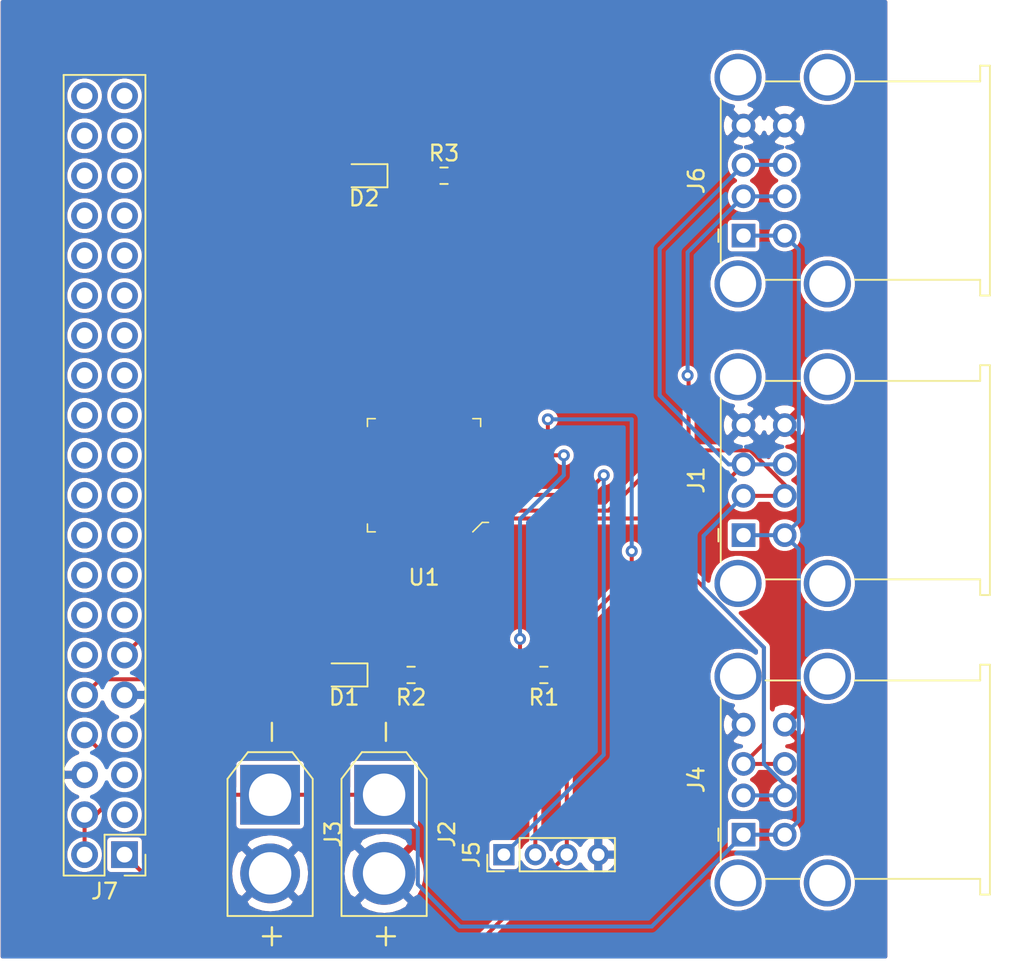
<source format=kicad_pcb>
(kicad_pcb (version 20171130) (host pcbnew 5.1.9)
  (title_block (title Pirate_Board) (date 2021-11-08) (rev v1.1) (company "NASA Robotic Mining Competition - Montana Tech") (comment 4 "Author: Justin Bak"))
  (layers (0 F.Cu signal) (31 B.Cu signal) (34 B.Paste user) (35 F.Paste user) (36 B.SilkS user) (37 F.SilkS user) (38 B.Mask user) (39 F.Mask user) (44 Edge.Cuts user))
  (net 0 "")
  (net 1 "Net-(D1-Pad2)")
  (net 2 "Net-(D1-Pad1)")
  (net 3 "Net-(D2-Pad1)")
  (net 4 "Net-(D2-Pad2)")
  (net 5 GND)
  (net 6 "Net-(J1-Pad2)")
  (net 7 "Net-(J1-Pad3)")
  (net 8 VCC)
  (net 9 "Net-(J1-Pad9)")
  (net 10 "Net-(J4-Pad9)")
  (net 11 "Net-(J5-Pad3)")
  (net 12 "Net-(U1-Pad42)")
  (net 13 "Net-(U1-Pad43)")
  (net 14 "Net-(U1-Pad3)")
  (net 15 "Net-(U1-Pad44)")
  (net 16 "Net-(U1-Pad45)")
  (net 17 "Net-(U1-Pad46)")
  (net 18 "Net-(U1-Pad47)")
  (net 19 "Net-(U1-Pad48)")
  (net 20 "Net-(U1-Pad8)")
  (net 21 "Net-(U1-Pad9)")
  (net 22 "Net-(U1-Pad10)")
  (net 23 "Net-(U1-Pad11)")
  (net 24 "Net-(U1-Pad12)")
  (net 25 "Net-(U1-Pad41)")
  (net 26 "Net-(U1-Pad40)")
  (net 27 "Net-(U1-Pad38)")
  (net 28 "Net-(U1-Pad37)")
  (net 29 "Net-(U1-Pad13)")
  (net 30 "Net-(U1-Pad14)")
  (net 31 "Net-(U1-Pad15)")
  (net 32 "Net-(U1-Pad16)")
  (net 33 "Net-(U1-Pad17)")
  (net 34 "Net-(U1-Pad18)")
  (net 35 "Net-(U1-Pad19)")
  (net 36 "Net-(U1-Pad20)")
  (net 37 "Net-(U1-Pad21)")
  (net 38 "Net-(U1-Pad22)")
  (net 39 "Net-(U1-Pad25)")
  (net 40 "Net-(U1-Pad26)")
  (net 41 "Net-(U1-Pad27)")
  (net 42 "Net-(U1-Pad28)")
  (net 43 "Net-(U1-Pad29)")
  (net 44 "Net-(U1-Pad30)")
  (net 45 "Net-(U1-Pad31)")
  (net 46 "Net-(U1-Pad32)")
  (net 47 "Net-(U1-Pad33)")
  (net 48 "Net-(U1-Pad34)")
  (net 49 "Net-(U1-Pad35)")
  (net 50 "Net-(U1-Pad36)")
  (net 51 "Net-(J5-Pad1)")
  (net 52 "Net-(J5-Pad2)")
  (net 53 "Net-(J6-Pad9)")
  (net 54 "Net-(J7-Pad3)")
  (net 55 "Net-(J7-Pad5)")
  (net 56 "Net-(J7-Pad7)")
  (net 57 "Net-(J7-Pad8)")
  (net 58 "Net-(J7-Pad10)")
  (net 59 "Net-(J7-Pad12)")
  (net 60 "Net-(J7-Pad13)")
  (net 61 "Net-(J7-Pad14)")
  (net 62 "Net-(J7-Pad15)")
  (net 63 "Net-(J7-Pad16)")
  (net 64 "Net-(J7-Pad17)")
  (net 65 "Net-(J7-Pad18)")
  (net 66 "Net-(J7-Pad19)")
  (net 67 "Net-(J7-Pad20)")
  (net 68 "Net-(J7-Pad21)")
  (net 69 "Net-(J7-Pad22)")
  (net 70 "Net-(J7-Pad23)")
  (net 71 "Net-(J7-Pad24)")
  (net 72 "Net-(J7-Pad25)")
  (net 73 "Net-(J7-Pad26)")
  (net 74 "Net-(J7-Pad27)")
  (net 75 "Net-(J7-Pad28)")
  (net 76 "Net-(J7-Pad29)")
  (net 77 "Net-(J7-Pad30)")
  (net 78 "Net-(J7-Pad31)")
  (net 79 "Net-(J7-Pad32)")
  (net 80 "Net-(J7-Pad33)")
  (net 81 "Net-(J7-Pad34)")
  (net 82 "Net-(J7-Pad35)")
  (net 83 "Net-(J7-Pad36)")
  (net 84 "Net-(J7-Pad37)")
  (net 85 "Net-(J7-Pad38)")
  (net 86 "Net-(J7-Pad39)")
  (net 87 "Net-(J7-Pad40)")
  (module Connector_USB:USB_A_Wuerth_61400826021_Horizontal_Stacked (layer F.Cu) (at 173.99 81.28 90)
    (fp_text reference J6 (at 3.5 -3 90) (layer F.SilkS))
    (fp_text value USB_A_Stacked)
    (fp_line (start 9.81 3.58) (end 9.81 1.4) (layer F.SilkS) (width 0.12))
    (fp_line (start -2.81 3.58) (end -2.81 1.4) (layer F.SilkS) (width 0.12))
    (fp_line (start 9.81 7.08) (end 9.81 15.05) (layer F.SilkS) (width 0.12))
    (fp_line (start 9.81 15.05) (end 10.81 15.05) (layer F.SilkS) (width 0.12))
    (fp_line (start 10.81 15.05) (end 10.81 15.67) (layer F.SilkS) (width 0.12))
    (fp_line (start 10.81 15.67) (end -3.81 15.67) (layer F.SilkS) (width 0.12))
    (fp_line (start -3.81 15.67) (end -3.81 15.05) (layer F.SilkS) (width 0.12))
    (fp_line (start -3.81 15.05) (end -2.81 15.05) (layer F.SilkS) (width 0.12))
    (fp_line (start -2.81 15.05) (end -2.81 7.08) (layer F.SilkS) (width 0.12))
    (fp_line (start -1.69 -1.45) (end 8.69 -1.45) (layer F.SilkS) (width 0.12))
    (fp_line (start 0.4 -1.6) (end -0.4 -1.6) (layer F.SilkS) (width 0.12))
    (pad 8 thru_hole circle (at 7 2.62 90) (size 1.5 1.5) (drill 0.92) (layers *.Cu *.Mask) (net 5 GND))
    (pad 7 thru_hole circle (at 4.5 2.62 90) (size 1.5 1.5) (drill 0.92) (layers *.Cu *.Mask) (net 7 "Net-(J1-Pad3)"))
    (pad 6 thru_hole circle (at 2.5 2.62 90) (size 1.5 1.5) (drill 0.92) (layers *.Cu *.Mask) (net 6 "Net-(J1-Pad2)"))
    (pad 5 thru_hole circle (at 0 2.62 90) (size 1.5 1.5) (drill 0.92) (layers *.Cu *.Mask) (net 8 VCC))
    (pad 9 thru_hole circle (at 10.07 5.33 90) (size 3 3) (drill 2.3) (layers *.Cu *.Mask) (net 53 "Net-(J6-Pad9)"))
    (pad 9 thru_hole circle (at -3.07 5.33 90) (size 3 3) (drill 2.3) (layers *.Cu *.Mask) (net 53 "Net-(J6-Pad9)"))
    (pad 4 thru_hole circle (at 7 0 90) (size 1.5 1.5) (drill 0.92) (layers *.Cu *.Mask) (net 5 GND))
    (pad 3 thru_hole circle (at 4.5 0 90) (size 1.5 1.5) (drill 0.92) (layers *.Cu *.Mask) (net 7 "Net-(J1-Pad3)"))
    (pad 2 thru_hole circle (at 2.5 0 90) (size 1.5 1.5) (drill 0.92) (layers *.Cu *.Mask) (net 6 "Net-(J1-Pad2)"))
    (pad 1 thru_hole rect (at 0 0 90) (size 1.5 1.5) (drill 0.92) (layers *.Cu *.Mask) (net 8 VCC))
    (pad 9 thru_hole circle (at -3.07 -0.35 90) (size 3 3) (drill 2.3) (layers *.Cu *.Mask) (net 53 "Net-(J6-Pad9)"))
    (pad 9 thru_hole circle (at 10.07 -0.35 90) (size 3 3) (drill 2.3) (layers *.Cu *.Mask) (net 53 "Net-(J6-Pad9)"))
  )
  (module Resistor_SMD:R_0603_1608Metric (layer F.Cu) (at 161.29 109.22 180)
    (fp_text reference R1 (at 0 -1.43) (layer F.SilkS))
    (fp_text value 1k)
    (fp_line (start -0.237258 0.5225) (end 0.237258 0.5225) (layer F.SilkS) (width 0.12))
    (fp_line (start -0.237258 -0.5225) (end 0.237258 -0.5225) (layer F.SilkS) (width 0.12))
    (pad 2 smd roundrect (at 0.825 0 180) (size 0.8 0.95) (layers F.Cu F.Paste F.Mask) (net 52 "Net-(J5-Pad2)"))
    (pad 1 smd roundrect (at -0.825 0 180) (size 0.8 0.95) (layers F.Cu F.Paste F.Mask) (net 11 "Net-(J5-Pad3)"))
  )
  (module Connector_AMASS:AMASS_XT30U-M_1x02_P5.0mm_Vertical (layer F.Cu) (at 143.88 116.84 270)
    (fp_text reference J3 (at 2.5 -4 90) (layer F.SilkS))
    (fp_text value xt_30)
    (fp_line (start -2.71 -1.41) (end -2.71 1.41) (layer F.SilkS) (width 0.12))
    (fp_line (start -2.71 1.41) (end -1.01 2.71) (layer F.SilkS) (width 0.12))
    (fp_line (start -2.71 -1.41) (end -1.01 -2.71) (layer F.SilkS) (width 0.12))
    (fp_line (start -1.01 2.71) (end 7.71 2.71) (layer F.SilkS) (width 0.12))
    (fp_line (start 7.71 -2.71) (end 7.71 2.71) (layer F.SilkS) (width 0.12))
    (fp_line (start -1.01 -2.71) (end 7.71 -2.71) (layer F.SilkS) (width 0.12))
    (fp_text user - (at -4 0 90) (layer F.SilkS) (effects (font (size 1.5 1.5))))
    (fp_text user + (at 9 0 90) (layer F.SilkS) (effects (font (size 1.5 1.5))))
    (pad 2 thru_hole circle (at 5 0 270) (size 3.8 3.8) (drill 2.7) (layers *.Cu *.Mask) (net 5 GND))
    (pad 1 thru_hole rect (at 0 0 270) (size 3.8 3.8) (drill 2.7) (layers *.Cu *.Mask) (net 8 VCC))
  )
  (module Connector_AMASS:AMASS_XT30U-F_1x02_P5.0mm_Vertical (layer F.Cu) (at 151.13 116.84 270)
    (fp_text reference J2 (at 2.5 -4 90) (layer F.SilkS))
    (fp_text value xt_30)
    (fp_line (start -2.71 -1.41) (end -2.71 1.41) (layer F.SilkS) (width 0.12))
    (fp_line (start -2.71 1.41) (end -1.01 2.71) (layer F.SilkS) (width 0.12))
    (fp_line (start -2.71 -1.41) (end -1.01 -2.71) (layer F.SilkS) (width 0.12))
    (fp_line (start -1.01 2.71) (end 7.71 2.71) (layer F.SilkS) (width 0.12))
    (fp_line (start 7.71 -2.71) (end 7.71 2.71) (layer F.SilkS) (width 0.12))
    (fp_line (start -1.01 -2.71) (end 7.71 -2.71) (layer F.SilkS) (width 0.12))
    (fp_text user - (at -4 0 90) (layer F.SilkS) (effects (font (size 1.5 1.5))))
    (fp_text user + (at 9 0 90) (layer F.SilkS) (effects (font (size 1.5 1.5))))
    (pad 2 thru_hole circle (at 5 0 270) (size 4 4) (drill 2.7) (layers *.Cu *.Mask) (net 5 GND))
    (pad 1 thru_hole rect (at 0 0 270) (size 3.8 3.8) (drill 2.7) (layers *.Cu *.Mask) (net 8 VCC))
  )
  (module Diode_SMD:D_0603_1608Metric (layer F.Cu) (at 148.59 109.22 180)
    (fp_text reference D1 (at 0 -1.43) (layer F.SilkS))
    (fp_text value LED)
    (fp_line (start 0.8 -0.735) (end -1.485 -0.735) (layer F.SilkS) (width 0.12))
    (fp_line (start -1.485 -0.735) (end -1.485 0.735) (layer F.SilkS) (width 0.12))
    (fp_line (start -1.485 0.735) (end 0.8 0.735) (layer F.SilkS) (width 0.12))
    (pad 2 smd roundrect (at 0.7875 0 180) (size 0.875 0.95) (layers F.Cu F.Paste F.Mask) (net 1 "Net-(D1-Pad2)"))
    (pad 1 smd roundrect (at -0.7875 0 180) (size 0.875 0.95) (layers F.Cu F.Paste F.Mask) (net 2 "Net-(D1-Pad1)"))
  )
  (module Diode_SMD:D_0603_1608Metric (layer F.Cu) (at 149.86 77.47 180)
    (fp_text reference D2 (at 0 -1.43) (layer F.SilkS))
    (fp_text value LED)
    (fp_line (start -1.485 0.735) (end 0.8 0.735) (layer F.SilkS) (width 0.12))
    (fp_line (start -1.485 -0.735) (end -1.485 0.735) (layer F.SilkS) (width 0.12))
    (fp_line (start 0.8 -0.735) (end -1.485 -0.735) (layer F.SilkS) (width 0.12))
    (pad 1 smd roundrect (at -0.7875 0 180) (size 0.875 0.95) (layers F.Cu F.Paste F.Mask) (net 3 "Net-(D2-Pad1)"))
    (pad 2 smd roundrect (at 0.7875 0 180) (size 0.875 0.95) (layers F.Cu F.Paste F.Mask) (net 4 "Net-(D2-Pad2)"))
  )
  (module Connector_USB:USB_A_Wuerth_61400826021_Horizontal_Stacked (layer F.Cu) (at 173.99 100.33 90)
    (fp_text reference J1 (at 3.5 -3 90) (layer F.SilkS))
    (fp_text value USB_A_Stacked)
    (fp_line (start 9.81 3.58) (end 9.81 1.4) (layer F.SilkS) (width 0.12))
    (fp_line (start -2.81 3.58) (end -2.81 1.4) (layer F.SilkS) (width 0.12))
    (fp_line (start 9.81 7.08) (end 9.81 15.05) (layer F.SilkS) (width 0.12))
    (fp_line (start 9.81 15.05) (end 10.81 15.05) (layer F.SilkS) (width 0.12))
    (fp_line (start 10.81 15.05) (end 10.81 15.67) (layer F.SilkS) (width 0.12))
    (fp_line (start 10.81 15.67) (end -3.81 15.67) (layer F.SilkS) (width 0.12))
    (fp_line (start -3.81 15.67) (end -3.81 15.05) (layer F.SilkS) (width 0.12))
    (fp_line (start -3.81 15.05) (end -2.81 15.05) (layer F.SilkS) (width 0.12))
    (fp_line (start -2.81 15.05) (end -2.81 7.08) (layer F.SilkS) (width 0.12))
    (fp_line (start -1.69 -1.45) (end 8.69 -1.45) (layer F.SilkS) (width 0.12))
    (fp_line (start 0.4 -1.6) (end -0.4 -1.6) (layer F.SilkS) (width 0.12))
    (pad 8 thru_hole circle (at 7 2.62 90) (size 1.5 1.5) (drill 0.92) (layers *.Cu *.Mask) (net 5 GND))
    (pad 7 thru_hole circle (at 4.5 2.62 90) (size 1.5 1.5) (drill 0.92) (layers *.Cu *.Mask) (net 7 "Net-(J1-Pad3)"))
    (pad 6 thru_hole circle (at 2.5 2.62 90) (size 1.5 1.5) (drill 0.92) (layers *.Cu *.Mask) (net 6 "Net-(J1-Pad2)"))
    (pad 5 thru_hole circle (at 0 2.62 90) (size 1.5 1.5) (drill 0.92) (layers *.Cu *.Mask) (net 8 VCC))
    (pad 9 thru_hole circle (at 10.07 5.33 90) (size 3 3) (drill 2.3) (layers *.Cu *.Mask) (net 9 "Net-(J1-Pad9)"))
    (pad 9 thru_hole circle (at -3.07 5.33 90) (size 3 3) (drill 2.3) (layers *.Cu *.Mask) (net 9 "Net-(J1-Pad9)"))
    (pad 4 thru_hole circle (at 7 0 90) (size 1.5 1.5) (drill 0.92) (layers *.Cu *.Mask) (net 5 GND))
    (pad 3 thru_hole circle (at 4.5 0 90) (size 1.5 1.5) (drill 0.92) (layers *.Cu *.Mask) (net 7 "Net-(J1-Pad3)"))
    (pad 2 thru_hole circle (at 2.5 0 90) (size 1.5 1.5) (drill 0.92) (layers *.Cu *.Mask) (net 6 "Net-(J1-Pad2)"))
    (pad 1 thru_hole rect (at 0 0 90) (size 1.5 1.5) (drill 0.92) (layers *.Cu *.Mask) (net 8 VCC))
    (pad 9 thru_hole circle (at -3.07 -0.35 90) (size 3 3) (drill 2.3) (layers *.Cu *.Mask) (net 9 "Net-(J1-Pad9)"))
    (pad 9 thru_hole circle (at 10.07 -0.35 90) (size 3 3) (drill 2.3) (layers *.Cu *.Mask) (net 9 "Net-(J1-Pad9)"))
  )
  (module Connector_USB:USB_A_Wuerth_61400826021_Horizontal_Stacked (layer F.Cu) (at 173.99 119.38 90)
    (fp_text reference J4 (at 3.5 -3 90) (layer F.SilkS))
    (fp_text value USB_A_Stacked)
    (fp_line (start 0.4 -1.6) (end -0.4 -1.6) (layer F.SilkS) (width 0.12))
    (fp_line (start -1.69 -1.45) (end 8.69 -1.45) (layer F.SilkS) (width 0.12))
    (fp_line (start -2.81 15.05) (end -2.81 7.08) (layer F.SilkS) (width 0.12))
    (fp_line (start -3.81 15.05) (end -2.81 15.05) (layer F.SilkS) (width 0.12))
    (fp_line (start -3.81 15.67) (end -3.81 15.05) (layer F.SilkS) (width 0.12))
    (fp_line (start 10.81 15.67) (end -3.81 15.67) (layer F.SilkS) (width 0.12))
    (fp_line (start 10.81 15.05) (end 10.81 15.67) (layer F.SilkS) (width 0.12))
    (fp_line (start 9.81 15.05) (end 10.81 15.05) (layer F.SilkS) (width 0.12))
    (fp_line (start 9.81 7.08) (end 9.81 15.05) (layer F.SilkS) (width 0.12))
    (fp_line (start -2.81 3.58) (end -2.81 1.4) (layer F.SilkS) (width 0.12))
    (fp_line (start 9.81 3.58) (end 9.81 1.4) (layer F.SilkS) (width 0.12))
    (pad 9 thru_hole circle (at 10.07 -0.35 90) (size 3 3) (drill 2.3) (layers *.Cu *.Mask) (net 10 "Net-(J4-Pad9)"))
    (pad 9 thru_hole circle (at -3.07 -0.35 90) (size 3 3) (drill 2.3) (layers *.Cu *.Mask) (net 10 "Net-(J4-Pad9)"))
    (pad 1 thru_hole rect (at 0 0 90) (size 1.5 1.5) (drill 0.92) (layers *.Cu *.Mask) (net 8 VCC))
    (pad 2 thru_hole circle (at 2.5 0 90) (size 1.5 1.5) (drill 0.92) (layers *.Cu *.Mask) (net 6 "Net-(J1-Pad2)"))
    (pad 3 thru_hole circle (at 4.5 0 90) (size 1.5 1.5) (drill 0.92) (layers *.Cu *.Mask) (net 7 "Net-(J1-Pad3)"))
    (pad 4 thru_hole circle (at 7 0 90) (size 1.5 1.5) (drill 0.92) (layers *.Cu *.Mask) (net 5 GND))
    (pad 9 thru_hole circle (at -3.07 5.33 90) (size 3 3) (drill 2.3) (layers *.Cu *.Mask) (net 10 "Net-(J4-Pad9)"))
    (pad 9 thru_hole circle (at 10.07 5.33 90) (size 3 3) (drill 2.3) (layers *.Cu *.Mask) (net 10 "Net-(J4-Pad9)"))
    (pad 5 thru_hole circle (at 0 2.62 90) (size 1.5 1.5) (drill 0.92) (layers *.Cu *.Mask) (net 8 VCC))
    (pad 6 thru_hole circle (at 2.5 2.62 90) (size 1.5 1.5) (drill 0.92) (layers *.Cu *.Mask) (net 6 "Net-(J1-Pad2)"))
    (pad 7 thru_hole circle (at 4.5 2.62 90) (size 1.5 1.5) (drill 0.92) (layers *.Cu *.Mask) (net 7 "Net-(J1-Pad3)"))
    (pad 8 thru_hole circle (at 7 2.62 90) (size 1.5 1.5) (drill 0.92) (layers *.Cu *.Mask) (net 5 GND))
  )
  (module Connector_PinHeader_2.00mm:PinHeader_1x04_P2.00mm_Vertical (layer F.Cu) (at 158.75 120.65 90)
    (fp_text reference J5 (at 0 -2.06 90) (layer F.SilkS))
    (fp_text value Conn_01x04_Male)
    (fp_line (start -1.06 -1.06) (end 0 -1.06) (layer F.SilkS) (width 0.12))
    (fp_line (start -1.06 0) (end -1.06 -1.06) (layer F.SilkS) (width 0.12))
    (fp_line (start -1.06 1) (end 1.06 1) (layer F.SilkS) (width 0.12))
    (fp_line (start 1.06 1) (end 1.06 7.06) (layer F.SilkS) (width 0.12))
    (fp_line (start -1.06 1) (end -1.06 7.06) (layer F.SilkS) (width 0.12))
    (fp_line (start -1.06 7.06) (end 1.06 7.06) (layer F.SilkS) (width 0.12))
    (pad 1 thru_hole rect (at 0 0 90) (size 1.35 1.35) (drill 0.8) (layers *.Cu *.Mask) (net 51 "Net-(J5-Pad1)"))
    (pad 2 thru_hole oval (at 0 2 90) (size 1.35 1.35) (drill 0.8) (layers *.Cu *.Mask) (net 52 "Net-(J5-Pad2)"))
    (pad 3 thru_hole oval (at 0 4 90) (size 1.35 1.35) (drill 0.8) (layers *.Cu *.Mask) (net 11 "Net-(J5-Pad3)"))
    (pad 4 thru_hole oval (at 0 6 90) (size 1.35 1.35) (drill 0.8) (layers *.Cu *.Mask) (net 5 GND))
  )
  (module Connector_PinHeader_2.54mm:PinHeader_2x20_P2.54mm_Vertical (layer F.Cu) (at 134.62 120.65 180)
    (fp_text reference J7 (at 1.27 -2.33) (layer F.SilkS))
    (fp_text value Raspberry_Pi_2_3)
    (fp_line (start -1.33 -1.33) (end 0 -1.33) (layer F.SilkS) (width 0.12))
    (fp_line (start -1.33 0) (end -1.33 -1.33) (layer F.SilkS) (width 0.12))
    (fp_line (start 1.27 -1.33) (end 3.87 -1.33) (layer F.SilkS) (width 0.12))
    (fp_line (start 1.27 1.27) (end 1.27 -1.33) (layer F.SilkS) (width 0.12))
    (fp_line (start -1.33 1.27) (end 1.27 1.27) (layer F.SilkS) (width 0.12))
    (fp_line (start 3.87 -1.33) (end 3.87 49.59) (layer F.SilkS) (width 0.12))
    (fp_line (start -1.33 1.27) (end -1.33 49.59) (layer F.SilkS) (width 0.12))
    (fp_line (start -1.33 49.59) (end 3.87 49.59) (layer F.SilkS) (width 0.12))
    (pad 1 thru_hole rect (at 0 0 180) (size 1.7 1.7) (drill 1) (layers *.Cu *.Mask) (net 11 "Net-(J5-Pad3)"))
    (pad 2 thru_hole oval (at 2.54 0 180) (size 1.7 1.7) (drill 1) (layers *.Cu *.Mask) (net 8 VCC))
    (pad 3 thru_hole oval (at 0 2.54 180) (size 1.7 1.7) (drill 1) (layers *.Cu *.Mask) (net 54 "Net-(J7-Pad3)"))
    (pad 4 thru_hole oval (at 2.54 2.54 180) (size 1.7 1.7) (drill 1) (layers *.Cu *.Mask) (net 8 VCC))
    (pad 5 thru_hole oval (at 0 5.08 180) (size 1.7 1.7) (drill 1) (layers *.Cu *.Mask) (net 55 "Net-(J7-Pad5)"))
    (pad 6 thru_hole oval (at 2.54 5.08 180) (size 1.7 1.7) (drill 1) (layers *.Cu *.Mask) (net 5 GND))
    (pad 7 thru_hole oval (at 0 7.62 180) (size 1.7 1.7) (drill 1) (layers *.Cu *.Mask) (net 56 "Net-(J7-Pad7)"))
    (pad 8 thru_hole oval (at 2.54 7.62 180) (size 1.7 1.7) (drill 1) (layers *.Cu *.Mask) (net 57 "Net-(J7-Pad8)"))
    (pad 9 thru_hole oval (at 0 10.16 180) (size 1.7 1.7) (drill 1) (layers *.Cu *.Mask) (net 5 GND))
    (pad 10 thru_hole oval (at 2.54 10.16 180) (size 1.7 1.7) (drill 1) (layers *.Cu *.Mask) (net 58 "Net-(J7-Pad10)"))
    (pad 11 thru_hole oval (at 0 12.7 180) (size 1.7 1.7) (drill 1) (layers *.Cu *.Mask) (net 4 "Net-(D2-Pad2)"))
    (pad 12 thru_hole oval (at 2.54 12.7 180) (size 1.7 1.7) (drill 1) (layers *.Cu *.Mask) (net 59 "Net-(J7-Pad12)"))
    (pad 13 thru_hole oval (at 0 15.24 180) (size 1.7 1.7) (drill 1) (layers *.Cu *.Mask) (net 60 "Net-(J7-Pad13)"))
    (pad 14 thru_hole oval (at 2.54 15.24 180) (size 1.7 1.7) (drill 1) (layers *.Cu *.Mask) (net 61 "Net-(J7-Pad14)"))
    (pad 15 thru_hole oval (at 0 17.78 180) (size 1.7 1.7) (drill 1) (layers *.Cu *.Mask) (net 62 "Net-(J7-Pad15)"))
    (pad 16 thru_hole oval (at 2.54 17.78 180) (size 1.7 1.7) (drill 1) (layers *.Cu *.Mask) (net 63 "Net-(J7-Pad16)"))
    (pad 17 thru_hole oval (at 0 20.32 180) (size 1.7 1.7) (drill 1) (layers *.Cu *.Mask) (net 64 "Net-(J7-Pad17)"))
    (pad 18 thru_hole oval (at 2.54 20.32 180) (size 1.7 1.7) (drill 1) (layers *.Cu *.Mask) (net 65 "Net-(J7-Pad18)"))
    (pad 19 thru_hole oval (at 0 22.86 180) (size 1.7 1.7) (drill 1) (layers *.Cu *.Mask) (net 66 "Net-(J7-Pad19)"))
    (pad 20 thru_hole oval (at 2.54 22.86 180) (size 1.7 1.7) (drill 1) (layers *.Cu *.Mask) (net 67 "Net-(J7-Pad20)"))
    (pad 21 thru_hole oval (at 0 25.4 180) (size 1.7 1.7) (drill 1) (layers *.Cu *.Mask) (net 68 "Net-(J7-Pad21)"))
    (pad 22 thru_hole oval (at 2.54 25.4 180) (size 1.7 1.7) (drill 1) (layers *.Cu *.Mask) (net 69 "Net-(J7-Pad22)"))
    (pad 23 thru_hole oval (at 0 27.94 180) (size 1.7 1.7) (drill 1) (layers *.Cu *.Mask) (net 70 "Net-(J7-Pad23)"))
    (pad 24 thru_hole oval (at 2.54 27.94 180) (size 1.7 1.7) (drill 1) (layers *.Cu *.Mask) (net 71 "Net-(J7-Pad24)"))
    (pad 25 thru_hole oval (at 0 30.48 180) (size 1.7 1.7) (drill 1) (layers *.Cu *.Mask) (net 72 "Net-(J7-Pad25)"))
    (pad 26 thru_hole oval (at 2.54 30.48 180) (size 1.7 1.7) (drill 1) (layers *.Cu *.Mask) (net 73 "Net-(J7-Pad26)"))
    (pad 27 thru_hole oval (at 0 33.02 180) (size 1.7 1.7) (drill 1) (layers *.Cu *.Mask) (net 74 "Net-(J7-Pad27)"))
    (pad 28 thru_hole oval (at 2.54 33.02 180) (size 1.7 1.7) (drill 1) (layers *.Cu *.Mask) (net 75 "Net-(J7-Pad28)"))
    (pad 29 thru_hole oval (at 0 35.56 180) (size 1.7 1.7) (drill 1) (layers *.Cu *.Mask) (net 76 "Net-(J7-Pad29)"))
    (pad 30 thru_hole oval (at 2.54 35.56 180) (size 1.7 1.7) (drill 1) (layers *.Cu *.Mask) (net 77 "Net-(J7-Pad30)"))
    (pad 31 thru_hole oval (at 0 38.1 180) (size 1.7 1.7) (drill 1) (layers *.Cu *.Mask) (net 78 "Net-(J7-Pad31)"))
    (pad 32 thru_hole oval (at 2.54 38.1 180) (size 1.7 1.7) (drill 1) (layers *.Cu *.Mask) (net 79 "Net-(J7-Pad32)"))
    (pad 33 thru_hole oval (at 0 40.64 180) (size 1.7 1.7) (drill 1) (layers *.Cu *.Mask) (net 80 "Net-(J7-Pad33)"))
    (pad 34 thru_hole oval (at 2.54 40.64 180) (size 1.7 1.7) (drill 1) (layers *.Cu *.Mask) (net 81 "Net-(J7-Pad34)"))
    (pad 35 thru_hole oval (at 0 43.18 180) (size 1.7 1.7) (drill 1) (layers *.Cu *.Mask) (net 82 "Net-(J7-Pad35)"))
    (pad 36 thru_hole oval (at 2.54 43.18 180) (size 1.7 1.7) (drill 1) (layers *.Cu *.Mask) (net 83 "Net-(J7-Pad36)"))
    (pad 37 thru_hole oval (at 0 45.72 180) (size 1.7 1.7) (drill 1) (layers *.Cu *.Mask) (net 84 "Net-(J7-Pad37)"))
    (pad 38 thru_hole oval (at 2.54 45.72 180) (size 1.7 1.7) (drill 1) (layers *.Cu *.Mask) (net 85 "Net-(J7-Pad38)"))
    (pad 39 thru_hole oval (at 0 48.26 180) (size 1.7 1.7) (drill 1) (layers *.Cu *.Mask) (net 86 "Net-(J7-Pad39)"))
    (pad 40 thru_hole oval (at 2.54 48.26 180) (size 1.7 1.7) (drill 1) (layers *.Cu *.Mask) (net 87 "Net-(J7-Pad40)"))
  )
  (module Resistor_SMD:R_0603_1608Metric (layer F.Cu) (at 152.845 109.22 180)
    (fp_text reference R2 (at 0 -1.43) (layer F.SilkS))
    (fp_text value 1k)
    (fp_line (start -0.237258 0.5225) (end 0.237258 0.5225) (layer F.SilkS) (width 0.12))
    (fp_line (start -0.237258 -0.5225) (end 0.237258 -0.5225) (layer F.SilkS) (width 0.12))
    (pad 1 smd roundrect (at -0.825 0 180) (size 0.8 0.95) (layers F.Cu F.Paste F.Mask) (net 5 GND))
    (pad 2 smd roundrect (at 0.825 0 180) (size 0.8 0.95) (layers F.Cu F.Paste F.Mask) (net 2 "Net-(D1-Pad1)"))
  )
  (module Resistor_SMD:R_0603_1608Metric (layer F.Cu) (at 154.94 77.47)
    (fp_text reference R3 (at 0 -1.43) (layer F.SilkS))
    (fp_text value 1k)
    (fp_line (start -0.237258 -0.5225) (end 0.237258 -0.5225) (layer F.SilkS) (width 0.12))
    (fp_line (start -0.237258 0.5225) (end 0.237258 0.5225) (layer F.SilkS) (width 0.12))
    (pad 2 smd roundrect (at 0.825 0) (size 0.8 0.95) (layers F.Cu F.Paste F.Mask) (net 5 GND))
    (pad 1 smd roundrect (at -0.825 0) (size 0.8 0.95) (layers F.Cu F.Paste F.Mask) (net 3 "Net-(D2-Pad1)"))
  )
  (module digikey-footprints:LQFP-48_7x7mm (layer F.Cu) (at 153.67 96.52 180)
    (fp_text reference U1 (at 0 -6.5) (layer F.SilkS))
    (fp_text value MSP430FR2355)
    (fp_line (start -3.7 -3) (end -4.1 -3) (layer F.SilkS) (width 0.1))
    (fp_line (start -3.1 -3.6) (end -3.7 -3) (layer F.SilkS) (width 0.1))
    (fp_line (start 3.6 -3.6) (end 3.6 -3.1) (layer F.SilkS) (width 0.1))
    (fp_line (start 3.1 -3.6) (end 3.6 -3.6) (layer F.SilkS) (width 0.1))
    (fp_line (start 3.6 3.6) (end 3.1 3.6) (layer F.SilkS) (width 0.1))
    (fp_line (start 3.6 3.1) (end 3.6 3.6) (layer F.SilkS) (width 0.1))
    (fp_line (start -3.6 3.6) (end -3.1 3.6) (layer F.SilkS) (width 0.1))
    (fp_line (start -3.6 3.1) (end -3.6 3.6) (layer F.SilkS) (width 0.1))
    (pad 7 smd rect (at -4.2 0.25 180) (size 1.2 0.35) (layers F.Cu F.Paste F.Mask) (net 5 GND))
    (pad 6 smd rect (at -4.2 -0.25 180) (size 1.2 0.35) (layers F.Cu F.Paste F.Mask) (net 11 "Net-(J5-Pad3)"))
    (pad 42 smd rect (at 0.25 -4.2 180) (size 0.35 1.2) (layers F.Cu F.Paste F.Mask) (net 12 "Net-(U1-Pad42)"))
    (pad 43 smd rect (at -0.25 -4.2 180) (size 0.35 1.2) (layers F.Cu F.Paste F.Mask) (net 13 "Net-(U1-Pad43)"))
    (pad 5 smd rect (at -4.2 -0.75 180) (size 1.2 0.35) (layers F.Cu F.Paste F.Mask) (net 52 "Net-(J5-Pad2)"))
    (pad 4 smd rect (at -4.2 -1.25 180) (size 1.2 0.35) (layers F.Cu F.Paste F.Mask) (net 51 "Net-(J5-Pad1)"))
    (pad 3 smd rect (at -4.2 -1.75 180) (size 1.2 0.35) (layers F.Cu F.Paste F.Mask) (net 14 "Net-(U1-Pad3)"))
    (pad 2 smd rect (at -4.2 -2.25 180) (size 1.2 0.35) (layers F.Cu F.Paste F.Mask) (net 6 "Net-(J1-Pad2)"))
    (pad 1 smd rect (at -4.2 -2.75 180) (size 1.2 0.35) (layers F.Cu F.Paste F.Mask) (net 7 "Net-(J1-Pad3)"))
    (pad 44 smd rect (at -0.75 -4.2 180) (size 0.35 1.2) (layers F.Cu F.Paste F.Mask) (net 15 "Net-(U1-Pad44)"))
    (pad 45 smd rect (at -1.25 -4.2 180) (size 0.35 1.2) (layers F.Cu F.Paste F.Mask) (net 16 "Net-(U1-Pad45)"))
    (pad 46 smd rect (at -1.75 -4.2 180) (size 0.35 1.2) (layers F.Cu F.Paste F.Mask) (net 17 "Net-(U1-Pad46)"))
    (pad 47 smd rect (at -2.25 -4.2 180) (size 0.35 1.2) (layers F.Cu F.Paste F.Mask) (net 18 "Net-(U1-Pad47)"))
    (pad 48 smd rect (at -2.75 -4.2 180) (size 0.35 1.2) (layers F.Cu F.Paste F.Mask) (net 19 "Net-(U1-Pad48)"))
    (pad 8 smd rect (at -4.2 0.75 180) (size 1.2 0.35) (layers F.Cu F.Paste F.Mask) (net 20 "Net-(U1-Pad8)"))
    (pad 9 smd rect (at -4.2 1.25 180) (size 1.2 0.35) (layers F.Cu F.Paste F.Mask) (net 21 "Net-(U1-Pad9)"))
    (pad 10 smd rect (at -4.2 1.75 180) (size 1.2 0.35) (layers F.Cu F.Paste F.Mask) (net 22 "Net-(U1-Pad10)"))
    (pad 11 smd rect (at -4.2 2.25 180) (size 1.2 0.35) (layers F.Cu F.Paste F.Mask) (net 23 "Net-(U1-Pad11)"))
    (pad 12 smd rect (at -4.2 2.75 180) (size 1.2 0.35) (layers F.Cu F.Paste F.Mask) (net 24 "Net-(U1-Pad12)"))
    (pad 41 smd rect (at 0.75 -4.2 180) (size 0.35 1.2) (layers F.Cu F.Paste F.Mask) (net 25 "Net-(U1-Pad41)"))
    (pad 40 smd rect (at 1.25 -4.2 180) (size 0.35 1.2) (layers F.Cu F.Paste F.Mask) (net 26 "Net-(U1-Pad40)"))
    (pad 39 smd rect (at 1.75 -4.2 180) (size 0.35 1.2) (layers F.Cu F.Paste F.Mask) (net 1 "Net-(D1-Pad2)"))
    (pad 38 smd rect (at 2.25 -4.2 180) (size 0.35 1.2) (layers F.Cu F.Paste F.Mask) (net 27 "Net-(U1-Pad38)"))
    (pad 37 smd rect (at 2.75 -4.2 180) (size 0.35 1.2) (layers F.Cu F.Paste F.Mask) (net 28 "Net-(U1-Pad37)"))
    (pad 13 smd rect (at -2.75 4.2 180) (size 0.35 1.2) (layers F.Cu F.Paste F.Mask) (net 29 "Net-(U1-Pad13)"))
    (pad 14 smd rect (at -2.25 4.2 180) (size 0.35 1.2) (layers F.Cu F.Paste F.Mask) (net 30 "Net-(U1-Pad14)"))
    (pad 15 smd rect (at -1.75 4.2 180) (size 0.35 1.2) (layers F.Cu F.Paste F.Mask) (net 31 "Net-(U1-Pad15)"))
    (pad 16 smd rect (at -1.25 4.2 180) (size 0.35 1.2) (layers F.Cu F.Paste F.Mask) (net 32 "Net-(U1-Pad16)"))
    (pad 17 smd rect (at -0.75 4.2 180) (size 0.35 1.2) (layers F.Cu F.Paste F.Mask) (net 33 "Net-(U1-Pad17)"))
    (pad 18 smd rect (at -0.25 4.2 180) (size 0.35 1.2) (layers F.Cu F.Paste F.Mask) (net 34 "Net-(U1-Pad18)"))
    (pad 19 smd rect (at 0.25 4.2 180) (size 0.35 1.2) (layers F.Cu F.Paste F.Mask) (net 35 "Net-(U1-Pad19)"))
    (pad 20 smd rect (at 0.75 4.2 180) (size 0.35 1.2) (layers F.Cu F.Paste F.Mask) (net 36 "Net-(U1-Pad20)"))
    (pad 21 smd rect (at 1.25 4.2 180) (size 0.35 1.2) (layers F.Cu F.Paste F.Mask) (net 37 "Net-(U1-Pad21)"))
    (pad 22 smd rect (at 1.75 4.2 180) (size 0.35 1.2) (layers F.Cu F.Paste F.Mask) (net 38 "Net-(U1-Pad22)"))
    (pad 23 smd rect (at 2.25 4.2 180) (size 0.35 1.2) (layers F.Cu F.Paste F.Mask) (net 58 "Net-(J7-Pad10)"))
    (pad 24 smd rect (at 2.75 4.2 180) (size 0.35 1.2) (layers F.Cu F.Paste F.Mask) (net 57 "Net-(J7-Pad8)"))
    (pad 25 smd rect (at 4.2 2.75 180) (size 1.2 0.35) (layers F.Cu F.Paste F.Mask) (net 39 "Net-(U1-Pad25)"))
    (pad 26 smd rect (at 4.2 2.25 180) (size 1.2 0.35) (layers F.Cu F.Paste F.Mask) (net 40 "Net-(U1-Pad26)"))
    (pad 27 smd rect (at 4.2 1.75 180) (size 1.2 0.35) (layers F.Cu F.Paste F.Mask) (net 41 "Net-(U1-Pad27)"))
    (pad 28 smd rect (at 4.2 1.25 180) (size 1.2 0.35) (layers F.Cu F.Paste F.Mask) (net 42 "Net-(U1-Pad28)"))
    (pad 29 smd rect (at 4.2 0.75 180) (size 1.2 0.35) (layers F.Cu F.Paste F.Mask) (net 43 "Net-(U1-Pad29)"))
    (pad 30 smd rect (at 4.2 0.25 180) (size 1.2 0.35) (layers F.Cu F.Paste F.Mask) (net 44 "Net-(U1-Pad30)"))
    (pad 31 smd rect (at 4.2 -0.25 180) (size 1.2 0.35) (layers F.Cu F.Paste F.Mask) (net 45 "Net-(U1-Pad31)"))
    (pad 32 smd rect (at 4.2 -0.75 180) (size 1.2 0.35) (layers F.Cu F.Paste F.Mask) (net 46 "Net-(U1-Pad32)"))
    (pad 33 smd rect (at 4.2 -1.25 180) (size 1.2 0.35) (layers F.Cu F.Paste F.Mask) (net 47 "Net-(U1-Pad33)"))
    (pad 34 smd rect (at 4.2 -1.75 180) (size 1.2 0.35) (layers F.Cu F.Paste F.Mask) (net 48 "Net-(U1-Pad34)"))
    (pad 35 smd rect (at 4.2 -2.25 180) (size 1.2 0.35) (layers F.Cu F.Paste F.Mask) (net 49 "Net-(U1-Pad35)"))
    (pad 36 smd rect (at 4.2 -2.75 180) (size 1.2 0.35) (layers F.Cu F.Paste F.Mask) (net 50 "Net-(U1-Pad36)"))
  )
  (segment (start 147.8025 105.798302) (end 151.92 101.680802) (width 0.254) (layer F.Cu) (net 1))
  (segment (start 147.8025 109.22) (end 147.8025 105.798302) (width 0.254) (layer F.Cu) (net 1))
  (segment (start 151.92 101.680802) (end 151.92 100.72) (width 0.254) (layer F.Cu) (net 1))
  (segment (start 149.3775 109.22) (end 149.86 109.22) (width 0.254) (layer F.Cu) (net 2))
  (segment (start 149.3775 109.22) (end 152.02 109.22) (width 0.254) (layer F.Cu) (net 2))
  (segment (start 150.6475 77.47) (end 154.115 77.47) (width 0.254) (layer F.Cu) (net 3))
  (segment (start 135.851001 90.691499) (end 149.0725 77.47) (width 0.254) (layer F.Cu) (net 4))
  (segment (start 135.851001 106.718999) (end 135.851001 90.691499) (width 0.254) (layer F.Cu) (net 4))
  (segment (start 134.62 107.95) (end 135.851001 106.718999) (width 0.254) (layer F.Cu) (net 4))
  (segment (start 157.87 96.27) (end 155.706 96.27) (width 0.254) (layer F.Cu) (net 5))
  (segment (start 157.87 98.77) (end 165.39 98.77) (width 0.254) (layer F.Cu) (net 6))
  (segment (start 176.61 97.125723) (end 176.61 97.83) (width 0.254) (layer F.Cu) (net 6))
  (segment (start 174.419496 94.935219) (end 176.61 97.125723) (width 0.254) (layer F.Cu) (net 6))
  (segment (start 165.39 98.77) (end 169.224781 94.935219) (width 0.254) (layer F.Cu) (net 6))
  (via (at 170.434 90.17) (size 0.762) (drill 0.381) (layers F.Cu B.Cu) (net 6))
  (segment (start 170.494781 90.230781) (end 170.434 90.17) (width 0.254) (layer F.Cu) (net 6))
  (segment (start 170.494781 94.935219) (end 170.494781 90.230781) (width 0.254) (layer F.Cu) (net 6))
  (segment (start 169.224781 94.935219) (end 170.494781 94.935219) (width 0.254) (layer F.Cu) (net 6))
  (segment (start 170.494781 94.935219) (end 174.419496 94.935219) (width 0.254) (layer F.Cu) (net 6))
  (segment (start 170.434 82.336) (end 173.99 78.78) (width 0.254) (layer B.Cu) (net 6))
  (segment (start 170.434 90.17) (end 170.434 82.336) (width 0.254) (layer B.Cu) (net 6))
  (segment (start 173.99 78.78) (end 176.61 78.78) (width 0.254) (layer B.Cu) (net 6))
  (segment (start 173.99 116.88) (end 176.61 116.88) (width 0.254) (layer B.Cu) (net 6))
  (segment (start 175.284781 107.479058) (end 171.45 103.644277) (width 0.254) (layer B.Cu) (net 6))
  (segment (start 175.284781 114.879058) (end 175.284781 107.479058) (width 0.254) (layer B.Cu) (net 6))
  (segment (start 176.61 116.204277) (end 175.284781 114.879058) (width 0.254) (layer B.Cu) (net 6))
  (segment (start 176.61 116.88) (end 176.61 116.204277) (width 0.254) (layer B.Cu) (net 6))
  (segment (start 171.45 100.37) (end 173.99 97.83) (width 0.254) (layer B.Cu) (net 6))
  (segment (start 171.45 103.644277) (end 171.45 100.37) (width 0.254) (layer B.Cu) (net 6))
  (segment (start 173.99 97.83) (end 176.61 97.83) (width 0.254) (layer F.Cu) (net 6))
  (segment (start 176.61 96.44) (end 176.61 95.83) (width 0.254) (layer F.Cu) (net 7))
  (segment (start 170.55 99.27) (end 173.99 95.83) (width 0.254) (layer F.Cu) (net 7))
  (segment (start 176.61 114.88) (end 173.99 114.88) (width 0.254) (layer F.Cu) (net 7))
  (segment (start 175.284781 107.479058) (end 168.656 100.850277) (width 0.254) (layer F.Cu) (net 7))
  (segment (start 175.284781 113.585219) (end 175.284781 107.479058) (width 0.254) (layer F.Cu) (net 7))
  (segment (start 173.99 114.88) (end 175.284781 113.585219) (width 0.254) (layer F.Cu) (net 7))
  (segment (start 168.656 99.314) (end 168.7 99.27) (width 0.254) (layer F.Cu) (net 7))
  (segment (start 168.656 100.850277) (end 168.656 99.314) (width 0.254) (layer F.Cu) (net 7))
  (segment (start 168.7 99.27) (end 170.55 99.27) (width 0.254) (layer F.Cu) (net 7))
  (segment (start 157.87 99.27) (end 168.7 99.27) (width 0.254) (layer F.Cu) (net 7))
  (segment (start 173.99 76.78) (end 176.61 76.78) (width 0.254) (layer B.Cu) (net 7))
  (segment (start 173.046 95.83) (end 173.99 95.83) (width 0.254) (layer B.Cu) (net 7))
  (segment (start 168.656 91.44) (end 173.046 95.83) (width 0.254) (layer B.Cu) (net 7))
  (segment (start 168.656 82.114) (end 168.656 91.44) (width 0.254) (layer B.Cu) (net 7))
  (segment (start 173.99 76.78) (end 168.656 82.114) (width 0.254) (layer B.Cu) (net 7))
  (segment (start 173.99 95.83) (end 176.61 95.83) (width 0.254) (layer B.Cu) (net 7))
  (segment (start 151.13 116.84) (end 143.88 116.84) (width 0.254) (layer F.Cu) (net 8))
  (segment (start 132.08 118.828118) (end 132.08 120.65) (width 0.254) (layer F.Cu) (net 8))
  (segment (start 134.068118 116.84) (end 132.08 118.828118) (width 0.254) (layer F.Cu) (net 8))
  (segment (start 132.798118 118.11) (end 132.08 118.11) (width 0.254) (layer F.Cu) (net 8))
  (segment (start 134.068118 116.84) (end 132.798118 118.11) (width 0.254) (layer F.Cu) (net 8))
  (segment (start 143.88 116.84) (end 134.068118 116.84) (width 0.254) (layer F.Cu) (net 8))
  (segment (start 171.900219 121.469781) (end 173.99 119.38) (width 0.254) (layer B.Cu) (net 8))
  (segment (start 173.99 119.38) (end 176.61 119.38) (width 0.254) (layer B.Cu) (net 8))
  (segment (start 177.504781 101.224781) (end 176.61 100.33) (width 0.254) (layer B.Cu) (net 8))
  (segment (start 177.504781 118.485219) (end 177.504781 101.224781) (width 0.254) (layer B.Cu) (net 8))
  (segment (start 176.61 119.38) (end 177.504781 118.485219) (width 0.254) (layer B.Cu) (net 8))
  (segment (start 176.61 100.33) (end 173.99 100.33) (width 0.254) (layer B.Cu) (net 8))
  (segment (start 177.504781 82.174781) (end 176.61 81.28) (width 0.254) (layer B.Cu) (net 8))
  (segment (start 177.504781 99.435219) (end 177.504781 82.174781) (width 0.254) (layer B.Cu) (net 8))
  (segment (start 176.61 100.33) (end 177.504781 99.435219) (width 0.254) (layer B.Cu) (net 8))
  (segment (start 176.61 81.28) (end 173.99 81.28) (width 0.254) (layer B.Cu) (net 8))
  (segment (start 153.274781 118.984781) (end 153.274781 122.540781) (width 0.254) (layer B.Cu) (net 8))
  (segment (start 151.13 116.84) (end 153.274781 118.984781) (width 0.254) (layer B.Cu) (net 8))
  (segment (start 153.274781 122.540781) (end 155.956 125.222) (width 0.254) (layer B.Cu) (net 8))
  (segment (start 168.148 125.222) (end 171.900219 121.469781) (width 0.254) (layer B.Cu) (net 8))
  (segment (start 155.956 125.222) (end 168.148 125.222) (width 0.254) (layer B.Cu) (net 8))
  (segment (start 162.75 120.65) (end 162.814 120.65) (width 0.254) (layer B.Cu) (net 11))
  (segment (start 139.954 125.984) (end 134.62 120.65) (width 0.254) (layer F.Cu) (net 11))
  (segment (start 162.75 120.65) (end 157.416 125.984) (width 0.254) (layer F.Cu) (net 11))
  (segment (start 162.75 109.855) (end 162.115 109.22) (width 0.254) (layer F.Cu) (net 11))
  (segment (start 162.75 120.65) (end 162.75 109.855) (width 0.254) (layer F.Cu) (net 11))
  (segment (start 154.178 125.984) (end 139.954 125.984) (width 0.254) (layer F.Cu) (net 11))
  (segment (start 157.416 125.984) (end 156.21 125.984) (width 0.254) (layer F.Cu) (net 11))
  (segment (start 156.21 125.984) (end 154.178 125.984) (width 0.254) (layer F.Cu) (net 11))
  (segment (start 162.115 109.22) (end 162.115 107.633) (width 0.254) (layer F.Cu) (net 11))
  (segment (start 166.878 102.87) (end 166.878 101.346) (width 0.254) (layer F.Cu) (net 11))
  (via (at 166.878 101.346) (size 0.762) (drill 0.381) (layers F.Cu B.Cu) (net 11))
  (segment (start 162.115 107.633) (end 166.878 102.87) (width 0.254) (layer F.Cu) (net 11))
  (segment (start 166.878 101.346) (end 166.878 92.964) (width 0.254) (layer B.Cu) (net 11))
  (via (at 161.544 92.964) (size 0.762) (drill 0.381) (layers F.Cu B.Cu) (net 11))
  (segment (start 166.878 92.964) (end 161.544 92.964) (width 0.254) (layer B.Cu) (net 11))
  (segment (start 158.724 96.77) (end 157.87 96.77) (width 0.254) (layer F.Cu) (net 11))
  (segment (start 161.544 93.95) (end 158.724 96.77) (width 0.254) (layer F.Cu) (net 11))
  (segment (start 161.544 92.964) (end 161.544 93.95) (width 0.254) (layer F.Cu) (net 11))
  (via (at 165.1 96.52) (size 0.762) (drill 0.381) (layers F.Cu B.Cu) (net 51))
  (segment (start 158.75 120.65) (end 158.851001 120.548999) (width 0.254) (layer F.Cu) (net 51))
  (segment (start 157.87 97.77) (end 163.85 97.77) (width 0.254) (layer F.Cu) (net 51))
  (segment (start 163.85 97.77) (end 165.1 96.52) (width 0.254) (layer F.Cu) (net 51))
  (segment (start 165.1 114.3) (end 158.75 120.65) (width 0.254) (layer B.Cu) (net 51))
  (segment (start 165.1 96.52) (end 165.1 114.3) (width 0.254) (layer B.Cu) (net 51))
  (via (at 162.56 95.25) (size 0.762) (drill 0.381) (layers F.Cu B.Cu) (net 52))
  (via (at 159.774079 106.925921) (size 0.762) (drill 0.381) (layers F.Cu B.Cu) (net 52))
  (segment (start 159.774079 106.925921) (end 159.774079 100.575921) (width 0.254) (layer B.Cu) (net 52))
  (segment (start 159.774079 100.575921) (end 159.774079 99.305921) (width 0.254) (layer B.Cu) (net 52))
  (segment (start 159.774079 99.305921) (end 161.29 97.79) (width 0.254) (layer B.Cu) (net 52))
  (segment (start 161.29 97.79) (end 161.29 97.79) (width 0.254) (layer B.Cu) (net 52))
  (segment (start 161.29 97.79) (end 162.56 96.52) (width 0.254) (layer B.Cu) (net 52))
  (segment (start 162.56 96.52) (end 162.56 95.25) (width 0.254) (layer B.Cu) (net 52))
  (segment (start 162.56 95.25) (end 161.29 95.25) (width 0.254) (layer F.Cu) (net 52))
  (segment (start 159.27 97.27) (end 157.87 97.27) (width 0.254) (layer F.Cu) (net 52))
  (segment (start 161.29 95.25) (end 159.27 97.27) (width 0.254) (layer F.Cu) (net 52))
  (segment (start 160.75 109.505) (end 160.465 109.22) (width 0.254) (layer F.Cu) (net 52))
  (segment (start 160.75 120.65) (end 160.75 109.505) (width 0.254) (layer F.Cu) (net 52))
  (segment (start 159.774079 108.529079) (end 160.465 109.22) (width 0.254) (layer F.Cu) (net 52))
  (segment (start 159.774079 106.925921) (end 159.774079 108.529079) (width 0.254) (layer F.Cu) (net 52))
  (segment (start 147.57401 94.205188) (end 149.459198 92.32) (width 0.254) (layer F.Cu) (net 57))
  (segment (start 147.57401 102.626792) (end 147.57401 94.205188) (width 0.254) (layer F.Cu) (net 57))
  (segment (start 135.939801 114.261001) (end 147.57401 102.626792) (width 0.254) (layer F.Cu) (net 57))
  (segment (start 133.311001 114.261001) (end 135.939801 114.261001) (width 0.254) (layer F.Cu) (net 57))
  (segment (start 132.08 113.03) (end 133.311001 114.261001) (width 0.254) (layer F.Cu) (net 57))
  (segment (start 150.74 92.32) (end 150.92 92.32) (width 0.254) (layer F.Cu) (net 57))
  (segment (start 149.459198 92.32) (end 150.74 92.32) (width 0.254) (layer F.Cu) (net 57))
  (segment (start 133.074781 109.495219) (end 137.138781 109.495219) (width 0.254) (layer F.Cu) (net 58))
  (segment (start 132.08 110.49) (end 133.074781 109.495219) (width 0.254) (layer F.Cu) (net 58))
  (segment (start 137.138781 109.495219) (end 143.256 103.378) (width 0.254) (layer F.Cu) (net 58))
  (segment (start 143.256 103.378) (end 143.256 92.71) (width 0.254) (layer F.Cu) (net 58))
  (segment (start 143.256 92.71) (end 146.812 89.154) (width 0.254) (layer F.Cu) (net 58))
  (segment (start 151.42 91.466) (end 151.42 92.32) (width 0.254) (layer F.Cu) (net 58))
  (segment (start 149.108 89.154) (end 151.42 91.466) (width 0.254) (layer F.Cu) (net 58))
  (segment (start 146.812 89.154) (end 149.108 89.154) (width 0.254) (layer F.Cu) (net 58))
  (zone (net 5) (net_name GND) (layer F.Cu) (connect_pads (clearance 0.254)) (min_thickness 0.254) (fill yes (arc_segments 32) (thermal_gap 0.508) (thermal_bridge_width 0.508))
    (polygon (pts (xy 183.134 127.254) (xy 126.746 127.254) (xy 126.746 66.294) (xy 183.134 66.294)))
  )
  (zone (net 5) (net_name GND) (layer B.Cu) (connect_pads (clearance 0.254)) (min_thickness 0.254) (fill yes (arc_segments 32) (thermal_gap 0.508) (thermal_bridge_width 0.508))
    (polygon (pts (xy 183.134 127.254) (xy 126.746 127.254) (xy 126.746 66.294) (xy 183.134 66.294)))
  )
)
</source>
